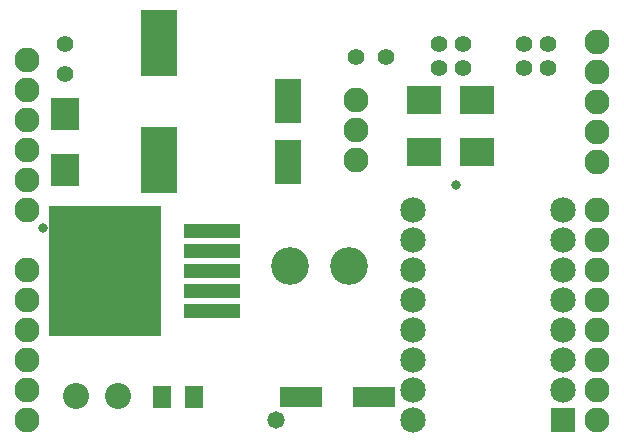
<source format=gts>
G04*
G04 #@! TF.GenerationSoftware,Altium Limited,Altium Designer,18.1.7 (191)*
G04*
G04 Layer_Color=8388736*
%FSLAX25Y25*%
%MOIN*%
G70*
G01*
G75*
%ADD23R,0.06391X0.07808*%
%ADD24R,0.14186X0.07099*%
%ADD25R,0.09461X0.10642*%
%ADD26R,0.37808X0.43320*%
%ADD27R,0.18910X0.05131*%
%ADD28R,0.12217X0.22060*%
%ADD29R,0.08674X0.14580*%
%ADD30R,0.11600X0.09300*%
%ADD31C,0.12611*%
%ADD32C,0.05524*%
%ADD33C,0.08674*%
%ADD34C,0.08280*%
%ADD35R,0.08477X0.08477*%
%ADD36C,0.08477*%
%ADD37C,0.03162*%
%ADD38C,0.05800*%
D23*
X114843Y114961D02*
D03*
X125315D02*
D03*
D24*
X161024Y114961D02*
D03*
X185433D02*
D03*
D25*
X82284Y209252D02*
D03*
Y190748D02*
D03*
D26*
X95669Y157087D02*
D03*
D27*
X131496Y170472D02*
D03*
Y163779D02*
D03*
Y157087D02*
D03*
Y150394D02*
D03*
Y143701D02*
D03*
D28*
X113780Y193976D02*
D03*
Y232953D02*
D03*
D29*
X156693Y213779D02*
D03*
Y193307D02*
D03*
D30*
X201968Y214133D02*
D03*
Y196733D02*
D03*
X219685D02*
D03*
Y214133D02*
D03*
D31*
X177165Y158661D02*
D03*
X157480D02*
D03*
D32*
X82284Y232677D02*
D03*
Y222677D02*
D03*
X207087Y232677D02*
D03*
X214961D02*
D03*
Y224803D02*
D03*
X207087D02*
D03*
X179527Y228346D02*
D03*
X189527D02*
D03*
X235433Y232677D02*
D03*
X243307D02*
D03*
Y224803D02*
D03*
X235433D02*
D03*
D33*
X86221Y115461D02*
D03*
X100000D02*
D03*
D34*
X259843Y127465D02*
D03*
Y137465D02*
D03*
Y147465D02*
D03*
Y157465D02*
D03*
Y167465D02*
D03*
Y177465D02*
D03*
Y193465D02*
D03*
Y203465D02*
D03*
Y213465D02*
D03*
Y223465D02*
D03*
Y233465D02*
D03*
Y117465D02*
D03*
Y107465D02*
D03*
X69843D02*
D03*
Y117465D02*
D03*
Y127465D02*
D03*
Y137465D02*
D03*
Y147465D02*
D03*
Y157465D02*
D03*
Y177465D02*
D03*
Y187465D02*
D03*
Y197465D02*
D03*
Y207465D02*
D03*
Y217465D02*
D03*
Y227465D02*
D03*
X179527Y193937D02*
D03*
Y203937D02*
D03*
Y213937D02*
D03*
D35*
X248425Y107465D02*
D03*
D36*
Y117465D02*
D03*
Y127465D02*
D03*
Y137465D02*
D03*
Y147465D02*
D03*
Y157465D02*
D03*
Y167465D02*
D03*
Y177465D02*
D03*
X198425Y107465D02*
D03*
Y117465D02*
D03*
Y127465D02*
D03*
Y137465D02*
D03*
Y147465D02*
D03*
Y157465D02*
D03*
Y167465D02*
D03*
Y177465D02*
D03*
D37*
X212598Y185630D02*
D03*
X75197Y171260D02*
D03*
D38*
X152756Y107480D02*
D03*
M02*

</source>
